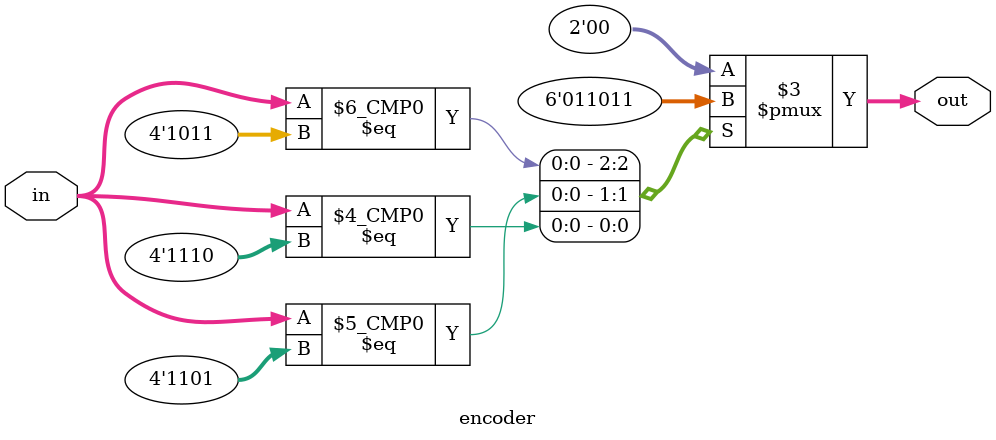
<source format=v>
module encoder(in, out);
        input [3:0] in;
        output reg [1:0] out;
        always @(in, out) begin
                case (in)
                        4'b0111: out = 2'b00;
                        4'b1011: out = 2'b01;
                        4'b1101: out = 2'b10;
                        4'b1110: out = 2'b11;
                        default: out = 2'b00; // default case
                endcase
        end
endmodule
</source>
